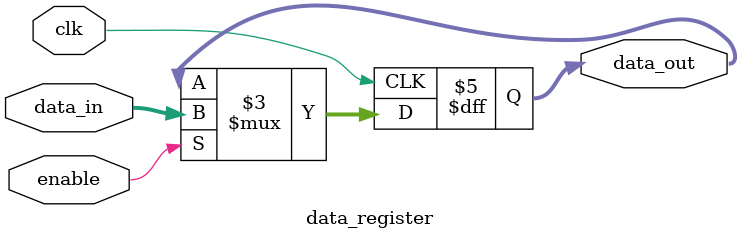
<source format=v>
`timescale 1ns / 1ps
module data_register(
	input clk,
   input enable,
   input [23:0] data_in,
   output reg [23:0] data_out
   );
	
	
	always @ (posedge clk) begin
		if(enable == 1)
			data_out <= data_in;
	end

endmodule

</source>
